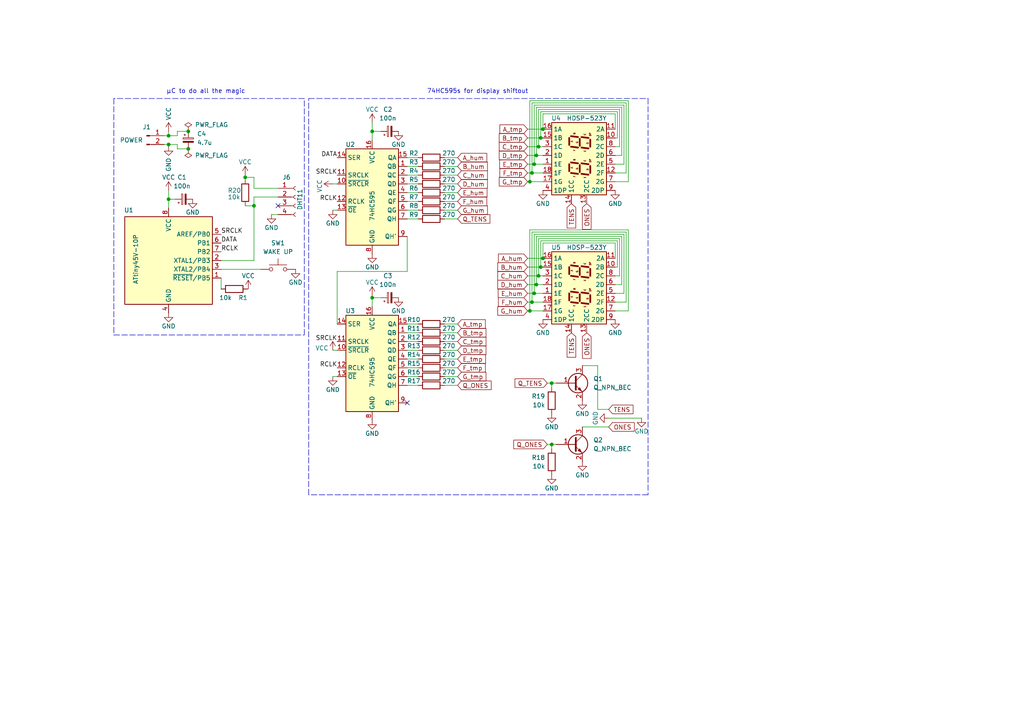
<source format=kicad_sch>
(kicad_sch (version 20211123) (generator eeschema)
  (paper "A4")
  (lib_symbols
    (symbol "74xx:74HC595"
      (property "Reference" "U" (at -7.62 13.97 0))
      (property "Value" "74HC595" (at -7.62 -16.51 0))
      (symbol "74HC595_1_0"
        (pin tri_state line (at 10.16 7.62 180) (length 2.54) (name "QB") (number "1"))
        (pin input line (at -10.16 2.54 0) (length 2.54) (name "~{SRCLR}") (number "10"))
        (pin input line (at -10.16 5.08 0) (length 2.54) (name "SRCLK") (number "11"))
        (pin input line (at -10.16 -2.54 0) (length 2.54) (name "RCLK") (number "12"))
        (pin input line (at -10.16 -5.08 0) (length 2.54) (name "~{OE}") (number "13"))
        (pin input line (at -10.16 10.16 0) (length 2.54) (name "SER") (number "14"))
        (pin tri_state line (at 10.16 10.16 180) (length 2.54) (name "QA") (number "15"))
        (pin power_in line (at 0 15.24 270) (length 2.54) (name "VCC") (number "16"))
        (pin tri_state line (at 10.16 5.08 180) (length 2.54) (name "QC") (number "2"))
        (pin tri_state line (at 10.16 2.54 180) (length 2.54) (name "QD") (number "3"))
        (pin tri_state line (at 10.16 0 180) (length 2.54) (name "QE") (number "4"))
        (pin tri_state line (at 10.16 -2.54 180) (length 2.54) (name "QF") (number "5"))
        (pin tri_state line (at 10.16 -5.08 180) (length 2.54) (name "QG") (number "6"))
        (pin tri_state line (at 10.16 -7.62 180) (length 2.54) (name "QH") (number "7"))
        (pin power_in line (at 0 -17.78 90) (length 2.54) (name "GND") (number "8"))
        (pin output line (at 10.16 -12.7 180) (length 2.54) (name "QH'") (number "9"))
      )
      (symbol "74HC595_1_1"
        (rectangle (start -7.62 12.7) (end 7.62 -15.24) (stroke (width 0.254)) (fill (type background)))
      )
    )
    (symbol "Connector:Conn_01x02_Male" (pin_names (offset 1.016) hide)
      (property "Reference" "J" (at 0 2.54 0))
      (property "Value" "Conn_01x02_Male" (at 0 -5.08 0))
      (symbol "Conn_01x02_Male_1_1"
        (polyline (pts (xy 1.27 -2.54) (xy 0.8636 -2.54)) (stroke (width 0.1524)))
        (polyline (pts (xy 1.27 0) (xy 0.8636 0)) (stroke (width 0.1524)))
        (rectangle (start 0.8636 -2.413) (end 0 -2.667) (stroke (width 0.1524)) (fill (type outline)))
        (rectangle (start 0.8636 0.127) (end 0 -0.127) (stroke (width 0.1524)) (fill (type outline)))
        (pin passive line (at 5.08 0 180) (length 3.81) (name "Pin_1") (number "1"))
        (pin passive line (at 5.08 -2.54 180) (length 3.81) (name "Pin_2") (number "2"))
      )
    )
    (symbol "Connector:Conn_01x04_Female" (pin_names (offset 1.016) hide)
      (property "Reference" "J" (at 0 5.08 0))
      (property "Value" "Conn_01x04_Female" (at 0 -7.62 0))
      (symbol "Conn_01x04_Female_1_1"
        (arc (start 0 -4.572) (mid -0.508 -5.08) (end 0 -5.588) (stroke (width 0.1524)))
        (arc (start 0 -2.032) (mid -0.508 -2.54) (end 0 -3.048) (stroke (width 0.1524)))
        (polyline (pts (xy -1.27 -5.08) (xy -0.508 -5.08)) (stroke (width 0.1524)))
        (polyline (pts (xy -1.27 -2.54) (xy -0.508 -2.54)) (stroke (width 0.1524)))
        (polyline (pts (xy -1.27 0) (xy -0.508 0)) (stroke (width 0.1524)))
        (polyline (pts (xy -1.27 2.54) (xy -0.508 2.54)) (stroke (width 0.1524)))
        (arc (start 0 0.508) (mid -0.508 0) (end 0 -0.508) (stroke (width 0.1524)))
        (arc (start 0 3.048) (mid -0.508 2.54) (end 0 2.032) (stroke (width 0.1524)))
        (pin passive line (at -5.08 2.54 0) (length 3.81) (name "Pin_1") (number "1"))
        (pin passive line (at -5.08 0 0) (length 3.81) (name "Pin_2") (number "2"))
        (pin passive line (at -5.08 -2.54 0) (length 3.81) (name "Pin_3") (number "3"))
        (pin passive line (at -5.08 -5.08 0) (length 3.81) (name "Pin_4") (number "4"))
      )
    )
    (symbol "Device:C_Polarized_Small" (pin_numbers hide) (pin_names (offset 0.254) hide)
      (property "Reference" "C" (at 0.254 1.778 0))
      (property "Value" "C_Polarized_Small" (at 0.254 -2.032 0))
      (symbol "C_Polarized_Small_0_1"
        (rectangle (start -1.524 -0.3048) (end 1.524 -0.6858) (fill (type outline)))
        (rectangle (start -1.524 0.6858) (end 1.524 0.3048))
        (polyline (pts (xy -1.27 1.524) (xy -0.762 1.524)))
        (polyline (pts (xy -1.016 1.27) (xy -1.016 1.778)))
      )
      (symbol "C_Polarized_Small_1_1"
        (pin passive line (at 0 2.54 270) (length 1.8542) (name "~") (number "1"))
        (pin passive line (at 0 -2.54 90) (length 1.8542) (name "~") (number "2"))
      )
    )
    (symbol "Device:Q_NPN_BEC" (pin_names (offset 0) hide)
      (property "Reference" "Q" (at 5.08 1.27 0))
      (property "Value" "Q_NPN_BEC" (at 5.08 -1.27 0))
      (symbol "Q_NPN_BEC_0_1"
        (polyline (pts (xy 0.635 0.635) (xy 2.54 2.54)))
        (polyline (pts (xy 0.635 -0.635) (xy 2.54 -2.54) (xy 2.54 -2.54)))
        (polyline (pts (xy 0.635 1.905) (xy 0.635 -1.905) (xy 0.635 -1.905)) (stroke (width 0.508)))
        (polyline (pts (xy 1.27 -1.778) (xy 1.778 -1.27) (xy 2.286 -2.286) (xy 1.27 -1.778) (xy 1.27 -1.778)) (fill (type outline)))
        (circle (center 1.27 0) (radius 2.8194) (stroke (width 0.254)))
      )
      (symbol "Q_NPN_BEC_1_1"
        (pin input line (at -5.08 0 0) (length 5.715) (name "B") (number "1"))
        (pin passive line (at 2.54 -5.08 90) (length 2.54) (name "E") (number "2"))
        (pin passive line (at 2.54 5.08 270) (length 2.54) (name "C") (number "3"))
      )
    )
    (symbol "Device:R" (pin_numbers hide) (pin_names (offset 0))
      (property "Reference" "R" (at 2.032 0 90))
      (property "Value" "R" (at 0 0 90))
      (symbol "R_0_1"
        (rectangle (start -1.016 -2.54) (end 1.016 2.54) (stroke (width 0.254)))
      )
      (symbol "R_1_1"
        (pin passive line (at 0 3.81 270) (length 1.27) (name "~") (number "1"))
        (pin passive line (at 0 -3.81 90) (length 1.27) (name "~") (number "2"))
      )
    )
    (symbol "MCU_Microchip_ATtiny:ATtiny45V-10P"
      (property "Reference" "U" (at -12.7 13.97 0))
      (property "Value" "ATtiny45V-10P" (at 2.54 -13.97 0))
      (symbol "ATtiny45V-10P_0_1"
        (rectangle (start -12.7 -12.7) (end 12.7 12.7) (stroke (width 0.254)) (fill (type background)))
      )
      (symbol "ATtiny45V-10P_1_1"
        (pin bidirectional line (at 15.24 -5.08 180) (length 2.54) (name "~{RESET}/PB5") (number "1"))
        (pin bidirectional line (at 15.24 0 180) (length 2.54) (name "XTAL1/PB3") (number "2"))
        (pin bidirectional line (at 15.24 -2.54 180) (length 2.54) (name "XTAL2/PB4") (number "3"))
        (pin power_in line (at 0 -15.24 90) (length 2.54) (name "GND") (number "4"))
        (pin bidirectional line (at 15.24 7.62 180) (length 2.54) (name "AREF/PB0") (number "5"))
        (pin bidirectional line (at 15.24 5.08 180) (length 2.54) (name "PB1") (number "6"))
        (pin bidirectional line (at 15.24 2.54 180) (length 2.54) (name "PB2") (number "7"))
        (pin power_in line (at 0 15.24 270) (length 2.54) (name "VCC") (number "8"))
      )
    )
    (symbol "Switch:SW_Push" (pin_numbers hide) (pin_names (offset 1.016) hide)
      (property "Reference" "SW" (at 1.27 2.54 0))
      (property "Value" "SW_Push" (at 0 -1.524 0))
      (symbol "SW_Push_0_1"
        (circle (center -2.032 0) (radius 0.508))
        (polyline (pts (xy 0 1.27) (xy 0 3.048)))
        (polyline (pts (xy 2.54 1.27) (xy -2.54 1.27)))
        (circle (center 2.032 0) (radius 0.508))
        (pin passive line (at -5.08 0 0) (length 2.54) (name "1") (number "1"))
        (pin passive line (at 5.08 0 180) (length 2.54) (name "2") (number "2"))
      )
    )
    (symbol "custom:HDSP-523Y"
      (property "Reference" "U" (at -3.81 13.97 0))
      (property "Value" "HDSP-523Y" (at 6.35 13.97 0))
      (symbol "HDSP-523Y_1_0"
        (text "A" (at 0.762 4.064 900) (effects (font (size 0.508 0.508))))
        (text "B" (at 1.524 6.35 900) (effects (font (size 0.508 0.508))))
        (text "C" (at 4.572 6.096 900) (effects (font (size 0.508 0.508))))
        (text "D" (at 5.334 3.556 900) (effects (font (size 0.508 0.508))))
        (text "DP" (at 6.096 6.096 900) (effects (font (size 0.508 0.508))))
        (text "E" (at 4.572 1.27 900) (effects (font (size 0.508 0.508))))
        (text "F" (at 1.524 1.524 900) (effects (font (size 0.508 0.508))))
        (text "G" (at 2.286 3.81 900) (effects (font (size 0.508 0.508))))
      )
      (symbol "HDSP-523Y_1_1"
        (rectangle (start -5.08 9.525) (end 10.795 -11.43) (stroke (width 0.254)) (fill (type background)))
        (polyline (pts (xy 0 -4.572) (xy 0 -2.54)) (stroke (width 0.508)))
        (polyline (pts (xy 0 3.048) (xy 0 5.08)) (stroke (width 0.508)))
        (polyline (pts (xy 0.508 -5.08) (xy 2.54 -5.334)) (stroke (width 0.508)))
        (polyline (pts (xy 0.508 -2.032) (xy 2.54 -2.286)) (stroke (width 0.508)))
        (polyline (pts (xy 0.508 2.54) (xy 2.54 2.286)) (stroke (width 0.508)))
        (polyline (pts (xy 0.508 5.588) (xy 2.54 5.334)) (stroke (width 0.508)))
        (polyline (pts (xy 3.048 -4.826) (xy 3.048 -2.794)) (stroke (width 0.508)))
        (polyline (pts (xy 3.048 2.794) (xy 3.048 4.826)) (stroke (width 0.508)))
        (polyline (pts (xy 3.556 -5.334) (xy 5.588 -5.588)) (stroke (width 0.508)))
        (polyline (pts (xy 3.556 -2.286) (xy 5.588 -2.54)) (stroke (width 0.508)))
        (polyline (pts (xy 3.556 2.286) (xy 5.588 2.032)) (stroke (width 0.508)))
        (polyline (pts (xy 3.556 5.334) (xy 5.588 5.08)) (stroke (width 0.508)))
        (polyline (pts (xy 6.096 -5.08) (xy 6.096 -3.048)) (stroke (width 0.508)))
        (polyline (pts (xy 6.096 -1.27) (xy 6.096 -1.27)) (stroke (width 0.508)))
        (polyline (pts (xy 6.096 2.54) (xy 6.096 4.572)) (stroke (width 0.508)))
        (polyline (pts (xy 6.096 6.35) (xy 6.096 6.35)) (stroke (width 0.508)))
        (text "A" (at 0.762 -3.556 900) (effects (font (size 0.508 0.508))))
        (text "B" (at 1.524 -1.27 900) (effects (font (size 0.508 0.508))))
        (text "C" (at 4.572 -1.524 900) (effects (font (size 0.508 0.508))))
        (text "D" (at 5.334 -4.064 900) (effects (font (size 0.508 0.508))))
        (text "DP" (at 6.096 -1.524 900) (effects (font (size 0.508 0.508))))
        (text "E" (at 4.572 -6.35 900) (effects (font (size 0.508 0.508))))
        (text "F" (at 1.524 -6.096 900) (effects (font (size 0.508 0.508))))
        (text "G" (at 2.286 -3.81 900) (effects (font (size 0.508 0.508))))
        (pin input line (at -7.62 -2.54 0) (length 2.54) (name "1E") (number "1"))
        (pin input line (at 13.335 5.08 180) (length 2.54) (name "2B") (number "10"))
        (pin input line (at 13.335 7.62 180) (length 2.54) (name "2A") (number "11"))
        (pin input line (at 13.335 -5.08 180) (length 2.54) (name "2F") (number "12"))
        (pin input line (at 5.08 -13.97 90) (length 2.54) (name "2CC") (number "13"))
        (pin input line (at 0.635 -13.97 90) (length 2.54) (name "1CC") (number "14"))
        (pin input line (at -7.62 5.08 0) (length 2.54) (name "1B") (number "15"))
        (pin input line (at -7.62 7.62 0) (length 2.54) (name "1A") (number "16"))
        (pin input line (at -7.62 -7.62 0) (length 2.54) (name "1G") (number "17"))
        (pin input line (at -7.62 -5.08 0) (length 2.54) (name "1F") (number "18"))
        (pin input line (at -7.62 0 0) (length 2.54) (name "1D") (number "2"))
        (pin input line (at -7.62 2.54 0) (length 2.54) (name "1C") (number "3"))
        (pin input line (at -7.62 -10.16 0) (length 2.54) (name "1DP") (number "4"))
        (pin input line (at 13.335 -2.54 180) (length 2.54) (name "2E") (number "5"))
        (pin input line (at 13.335 0 180) (length 2.54) (name "2D") (number "6"))
        (pin input line (at 13.335 -7.62 180) (length 2.54) (name "2G") (number "7"))
        (pin input line (at 13.335 2.54 180) (length 2.54) (name "2C") (number "8"))
        (pin input line (at 13.335 -10.16 180) (length 2.54) (name "2DP") (number "9"))
      )
    )
    (symbol "power:GND" (power) (pin_names (offset 0))
      (property "Value" "GND" (at 0 -3.81 0))
      (symbol "GND_0_1"
        (polyline (pts (xy 0 0) (xy 0 -1.27) (xy 1.27 -1.27) (xy 0 -2.54) (xy -1.27 -1.27) (xy 0 -1.27)))
      )
      (symbol "GND_1_1"
        (pin power_in line (at 0 0 270) (length 0) hide (name "GND") (number "1"))
      )
    )
    (symbol "power:PWR_FLAG" (power) (pin_numbers hide) (pin_names (offset 0) hide)
      (property "Value" "PWR_FLAG" (at 0 3.81 0))
      (symbol "PWR_FLAG_0_0"
        (pin power_out line (at 0 0 90) (length 0) (name "pwr") (number "1"))
      )
      (symbol "PWR_FLAG_0_1"
        (polyline (pts (xy 0 0) (xy 0 1.27) (xy -1.016 1.905) (xy 0 2.54) (xy 1.016 1.905) (xy 0 1.27)))
      )
    )
    (symbol "power:VCC" (power) (pin_names (offset 0))
      (property "Value" "VCC" (at 0 3.81 0))
      (symbol "VCC_0_1"
        (polyline (pts (xy -0.762 1.27) (xy 0 2.54)))
        (polyline (pts (xy 0 0) (xy 0 2.54)))
        (polyline (pts (xy 0 2.54) (xy 0.762 1.27)))
      )
      (symbol "VCC_1_1"
        (pin power_in line (at 0 0 90) (length 0) hide (name "VCC") (number "1"))
      )
    )
  )
  (junction (at 156.21 80.01))
  (junction (at 48.895 39.37))
  (junction (at 54.61 43.18))
  (junction (at 155.575 45.085))
  (junction (at 160.02 128.905))
  (junction (at 107.95 38.1))
  (junction (at 155.575 82.55))
  (junction (at 156.845 40.005))
  (junction (at 154.94 85.09))
  (junction (at 156.21 42.545))
  (junction (at 157.48 74.93))
  (junction (at 73.66 59.69))
  (junction (at 153.67 52.705))
  (junction (at 154.94 47.625))
  (junction (at 154.305 50.165))
  (junction (at 157.48 37.465))
  (junction (at 48.895 41.91))
  (junction (at 153.67 90.17))
  (junction (at 54.61 38.1))
  (junction (at 160.02 111.125))
  (junction (at 48.895 57.785))
  (junction (at 154.305 87.63))
  (junction (at 71.12 51.435))
  (junction (at 156.845 77.47))
  (junction (at 107.95 86.36))
  (no_connect (at 80.645 59.69))
  (no_connect (at 118.11 116.84))
  (wire (pts (xy 180.34 45.085) (xy 180.34 31.115)))
  (wire (pts (xy 153.035 82.55) (xy 155.575 82.55)))
  (wire (pts (xy 48.895 41.91) (xy 48.895 42.545)))
  (wire (pts (xy 118.11 101.6) (xy 121.285 101.6)))
  (wire (pts (xy 180.975 85.09) (xy 178.435 85.09)))
  (wire (pts (xy 157.48 40.005) (xy 156.845 40.005)))
  (wire (pts (xy 48.895 38.1) (xy 48.895 39.37)))
  (wire (pts (xy 71.755 83.82) (xy 72.009 83.82)))
  (wire (pts (xy 128.905 48.26) (xy 132.715 48.26)))
  (polyline (pts (xy 33.02 28.575) (xy 33.02 97.155)))
  (wire (pts (xy 178.435 82.55) (xy 180.34 82.55)))
  (wire (pts (xy 154.305 29.845) (xy 181.61 29.845)))
  (wire (pts (xy 155.575 45.085) (xy 157.48 45.085)))
  (wire (pts (xy 182.245 52.705) (xy 178.435 52.705)))
  (wire (pts (xy 157.48 85.09) (xy 154.94 85.09)))
  (wire (pts (xy 156.845 40.005) (xy 156.845 32.385)))
  (wire (pts (xy 182.245 90.17) (xy 178.435 90.17)))
  (wire (pts (xy 96.52 101.6) (xy 97.79 101.6)))
  (wire (pts (xy 97.79 60.96) (xy 96.52 60.96)))
  (wire (pts (xy 179.705 80.01) (xy 178.435 80.01)))
  (wire (pts (xy 157.48 42.545) (xy 156.21 42.545)))
  (wire (pts (xy 118.11 93.98) (xy 121.285 93.98)))
  (wire (pts (xy 156.21 69.215) (xy 156.21 80.01)))
  (wire (pts (xy 107.95 86.36) (xy 107.95 85.725)))
  (wire (pts (xy 153.035 74.93) (xy 157.48 74.93)))
  (wire (pts (xy 118.11 45.72) (xy 121.285 45.72)))
  (wire (pts (xy 128.905 55.88) (xy 132.715 55.88)))
  (wire (pts (xy 73.66 59.69) (xy 73.66 75.565)))
  (wire (pts (xy 155.575 68.58) (xy 180.34 68.58)))
  (wire (pts (xy 48.895 41.91) (xy 51.435 41.91)))
  (wire (pts (xy 156.21 31.75) (xy 179.705 31.75)))
  (polyline (pts (xy 88.265 28.575) (xy 33.02 28.575)))
  (wire (pts (xy 153.67 29.21) (xy 182.245 29.21)))
  (wire (pts (xy 156.845 69.85) (xy 179.07 69.85)))
  (wire (pts (xy 110.49 86.36) (xy 107.95 86.36)))
  (wire (pts (xy 78.74 62.23) (xy 80.645 62.23)))
  (wire (pts (xy 181.61 87.63) (xy 181.61 67.31)))
  (wire (pts (xy 156.21 42.545) (xy 156.21 31.75)))
  (wire (pts (xy 153.035 85.09) (xy 154.94 85.09)))
  (wire (pts (xy 180.34 82.55) (xy 180.34 68.58)))
  (wire (pts (xy 97.79 78.74) (xy 97.79 93.98)))
  (wire (pts (xy 153.035 47.625) (xy 154.94 47.625)))
  (wire (pts (xy 128.905 58.42) (xy 132.715 58.42)))
  (wire (pts (xy 128.905 106.68) (xy 132.715 106.68)))
  (wire (pts (xy 157.48 80.01) (xy 156.21 80.01)))
  (wire (pts (xy 160.02 112.395) (xy 160.02 111.125)))
  (wire (pts (xy 178.435 45.085) (xy 180.34 45.085)))
  (wire (pts (xy 96.52 109.22) (xy 97.79 109.22)))
  (wire (pts (xy 71.12 51.435) (xy 71.12 52.07)))
  (wire (pts (xy 154.94 47.625) (xy 154.94 30.48)))
  (wire (pts (xy 107.95 88.9) (xy 107.95 86.36)))
  (wire (pts (xy 154.305 67.31) (xy 154.305 87.63)))
  (wire (pts (xy 118.11 55.88) (xy 121.285 55.88)))
  (wire (pts (xy 158.75 128.905) (xy 160.02 128.905)))
  (wire (pts (xy 48.895 55.245) (xy 48.895 57.785)))
  (wire (pts (xy 153.035 87.63) (xy 154.305 87.63)))
  (wire (pts (xy 154.94 30.48) (xy 180.975 30.48)))
  (wire (pts (xy 153.035 90.17) (xy 153.67 90.17)))
  (wire (pts (xy 186.055 121.285) (xy 176.53 121.285)))
  (wire (pts (xy 51.435 38.1) (xy 54.61 38.1)))
  (wire (pts (xy 157.48 52.705) (xy 153.67 52.705)))
  (wire (pts (xy 118.11 63.5) (xy 121.285 63.5)))
  (wire (pts (xy 118.11 111.76) (xy 121.285 111.76)))
  (wire (pts (xy 73.66 57.15) (xy 73.66 59.69)))
  (wire (pts (xy 118.11 50.8) (xy 121.285 50.8)))
  (polyline (pts (xy 33.02 97.155) (xy 88.265 97.155)))
  (polyline (pts (xy 89.535 28.575) (xy 187.96 28.575)))
  (wire (pts (xy 128.905 111.76) (xy 132.715 111.76)))
  (wire (pts (xy 160.02 111.125) (xy 161.29 111.125)))
  (wire (pts (xy 154.94 67.945) (xy 154.94 85.09)))
  (wire (pts (xy 153.67 90.17) (xy 153.67 66.675)))
  (wire (pts (xy 180.975 30.48) (xy 180.975 47.625)))
  (wire (pts (xy 118.11 53.34) (xy 121.285 53.34)))
  (wire (pts (xy 71.12 51.435) (xy 73.66 51.435)))
  (wire (pts (xy 64.135 78.105) (xy 75.565 78.105)))
  (wire (pts (xy 157.48 37.465) (xy 157.48 33.02)))
  (wire (pts (xy 168.91 106.045) (xy 173.355 106.045)))
  (wire (pts (xy 153.67 52.705) (xy 153.67 29.21)))
  (wire (pts (xy 118.11 78.74) (xy 97.79 78.74)))
  (wire (pts (xy 51.435 41.91) (xy 51.435 43.18)))
  (wire (pts (xy 73.66 57.15) (xy 80.645 57.15)))
  (wire (pts (xy 155.575 68.58) (xy 155.575 82.55)))
  (wire (pts (xy 173.355 106.045) (xy 173.355 118.745)))
  (wire (pts (xy 179.705 31.75) (xy 179.705 42.545)))
  (wire (pts (xy 178.435 50.165) (xy 181.61 50.165)))
  (wire (pts (xy 173.355 118.745) (xy 176.53 118.745)))
  (wire (pts (xy 153.035 40.005) (xy 156.845 40.005)))
  (wire (pts (xy 156.845 77.47) (xy 156.845 69.85)))
  (wire (pts (xy 118.11 106.68) (xy 121.285 106.68)))
  (wire (pts (xy 157.48 74.93) (xy 157.48 70.485)))
  (wire (pts (xy 182.245 66.675) (xy 182.245 90.17)))
  (wire (pts (xy 64.135 80.645) (xy 64.135 83.82)))
  (wire (pts (xy 107.95 38.1) (xy 107.95 35.56)))
  (wire (pts (xy 51.435 43.18) (xy 54.61 43.18)))
  (wire (pts (xy 128.905 104.14) (xy 132.715 104.14)))
  (wire (pts (xy 118.11 96.52) (xy 121.285 96.52)))
  (wire (pts (xy 158.75 111.125) (xy 160.02 111.125)))
  (wire (pts (xy 97.79 53.34) (xy 96.52 53.34)))
  (wire (pts (xy 178.435 33.02) (xy 178.435 37.465)))
  (wire (pts (xy 179.07 40.005) (xy 178.435 40.005)))
  (wire (pts (xy 128.905 50.8) (xy 132.715 50.8)))
  (wire (pts (xy 121.285 99.06) (xy 118.11 99.06)))
  (wire (pts (xy 157.48 33.02) (xy 178.435 33.02)))
  (wire (pts (xy 153.035 45.085) (xy 155.575 45.085)))
  (wire (pts (xy 182.245 29.21) (xy 182.245 52.705)))
  (wire (pts (xy 153.035 50.165) (xy 154.305 50.165)))
  (wire (pts (xy 128.905 93.98) (xy 132.715 93.98)))
  (wire (pts (xy 71.12 59.69) (xy 73.66 59.69)))
  (wire (pts (xy 157.48 77.47) (xy 156.845 77.47)))
  (wire (pts (xy 179.705 69.215) (xy 179.705 80.01)))
  (wire (pts (xy 153.035 80.01) (xy 156.21 80.01)))
  (wire (pts (xy 160.02 128.905) (xy 161.29 128.905)))
  (wire (pts (xy 180.975 67.945) (xy 180.975 85.09)))
  (wire (pts (xy 128.905 101.6) (xy 132.715 101.6)))
  (wire (pts (xy 47.625 41.91) (xy 48.895 41.91)))
  (wire (pts (xy 121.285 109.22) (xy 118.11 109.22)))
  (wire (pts (xy 118.11 60.96) (xy 121.285 60.96)))
  (wire (pts (xy 179.705 42.545) (xy 178.435 42.545)))
  (wire (pts (xy 156.845 32.385) (xy 179.07 32.385)))
  (wire (pts (xy 153.035 52.705) (xy 153.67 52.705)))
  (polyline (pts (xy 187.96 28.575) (xy 187.96 143.51)))
  (wire (pts (xy 153.035 42.545) (xy 156.21 42.545)))
  (wire (pts (xy 110.49 38.1) (xy 107.95 38.1)))
  (wire (pts (xy 118.11 68.58) (xy 118.11 78.74)))
  (wire (pts (xy 179.07 77.47) (xy 178.435 77.47)))
  (wire (pts (xy 180.975 47.625) (xy 178.435 47.625)))
  (wire (pts (xy 155.575 82.55) (xy 157.48 82.55)))
  (wire (pts (xy 50.8 57.785) (xy 48.895 57.785)))
  (wire (pts (xy 160.02 130.175) (xy 160.02 128.905)))
  (wire (pts (xy 181.61 50.165) (xy 181.61 29.845)))
  (wire (pts (xy 51.435 39.37) (xy 51.435 38.1)))
  (wire (pts (xy 153.035 37.465) (xy 157.48 37.465)))
  (wire (pts (xy 153.67 66.675) (xy 182.245 66.675)))
  (wire (pts (xy 128.905 60.96) (xy 132.715 60.96)))
  (wire (pts (xy 128.905 109.22) (xy 132.715 109.22)))
  (wire (pts (xy 178.435 70.485) (xy 178.435 74.93)))
  (wire (pts (xy 154.305 29.845) (xy 154.305 50.165)))
  (wire (pts (xy 153.035 77.47) (xy 156.845 77.47)))
  (wire (pts (xy 157.48 70.485) (xy 178.435 70.485)))
  (wire (pts (xy 178.435 87.63) (xy 181.61 87.63)))
  (wire (pts (xy 154.305 67.31) (xy 181.61 67.31)))
  (wire (pts (xy 73.66 75.565) (xy 64.135 75.565)))
  (wire (pts (xy 179.07 32.385) (xy 179.07 40.005)))
  (wire (pts (xy 48.895 57.785) (xy 48.895 60.325)))
  (wire (pts (xy 121.285 104.14) (xy 118.11 104.14)))
  (wire (pts (xy 73.66 54.61) (xy 80.645 54.61)))
  (wire (pts (xy 73.66 51.435) (xy 73.66 54.61)))
  (wire (pts (xy 154.305 87.63) (xy 157.48 87.63)))
  (wire (pts (xy 168.91 123.825) (xy 176.53 123.825)))
  (wire (pts (xy 107.95 40.64) (xy 107.95 38.1)))
  (wire (pts (xy 157.48 47.625) (xy 154.94 47.625)))
  (wire (pts (xy 128.905 96.52) (xy 132.715 96.52)))
  (wire (pts (xy 128.905 45.72) (xy 132.715 45.72)))
  (wire (pts (xy 157.48 90.17) (xy 153.67 90.17)))
  (wire (pts (xy 118.11 58.42) (xy 121.285 58.42)))
  (polyline (pts (xy 88.265 97.155) (xy 88.265 28.575)))
  (wire (pts (xy 156.21 69.215) (xy 179.705 69.215)))
  (wire (pts (xy 118.11 48.26) (xy 121.285 48.26)))
  (wire (pts (xy 48.895 39.37) (xy 51.435 39.37)))
  (wire (pts (xy 128.905 99.06) (xy 132.715 99.06)))
  (wire (pts (xy 128.905 63.5) (xy 132.715 63.5)))
  (wire (pts (xy 128.905 53.34) (xy 132.715 53.34)))
  (wire (pts (xy 71.12 50.8) (xy 71.12 51.435)))
  (wire (pts (xy 155.575 31.115) (xy 180.34 31.115)))
  (polyline (pts (xy 89.535 143.51) (xy 89.535 28.575)))
  (polyline (pts (xy 187.96 143.51) (xy 89.535 143.51)))
  (wire (pts (xy 154.94 67.945) (xy 180.975 67.945)))
  (wire (pts (xy 155.575 31.115) (xy 155.575 45.085)))
  (wire (pts (xy 179.07 69.85) (xy 179.07 77.47)))
  (wire (pts (xy 154.305 50.165) (xy 157.48 50.165)))
  (wire (pts (xy 47.625 39.37) (xy 48.895 39.37)))
  (text "74HC595s for display shiftout" (at 123.825 27.305 0) (effects (font (size 1.27 1.27)) (justify left bottom)))
  (text "µC to do all the magic" (at 48.26 27.305 0) (effects (font (size 1.27 1.27)) (justify left bottom)))
  (label "RCLK" (at 97.79 106.68 180))
  (label "DATA" (at 64.135 70.485 0))
  (label "SRCLK" (at 97.79 99.06 180))
  (label "SRCLK" (at 64.135 67.945 0))
  (label "RCLK" (at 64.135 73.025 0))
  (label "DATA" (at 97.79 45.72 180))
  (label "SRCLK" (at 97.79 50.8 180))
  (label "RCLK" (at 97.79 58.42 180))
  (global_label "E_hum" (shape input) (at 132.715 55.88 0) (property "Intersheet References" "${INTERSHEET_REFS}" (effects hide)))
  (global_label "E_tmp" (shape input) (at 153.035 47.625 180) (property "Intersheet References" "${INTERSHEET_REFS}" (effects hide)))
  (global_label "ONES" (shape input) (at 176.53 123.825 0) (property "Intersheet References" "${INTERSHEET_REFS}" (effects hide)))
  (global_label "E_tmp" (shape input) (at 132.715 104.14 0) (property "Intersheet References" "${INTERSHEET_REFS}" (effects hide)))
  (global_label "D_hum" (shape input) (at 132.715 53.34 0) (property "Intersheet References" "${INTERSHEET_REFS}" (effects hide)))
  (global_label "ONES" (shape input) (at 170.18 59.055 270) (property "Intersheet References" "${INTERSHEET_REFS}" (effects hide)))
  (global_label "C_tmp" (shape input) (at 132.715 99.06 0) (property "Intersheet References" "${INTERSHEET_REFS}" (effects hide)))
  (global_label "G_tmp" (shape input) (at 132.715 109.22 0) (property "Intersheet References" "${INTERSHEET_REFS}" (effects hide)))
  (global_label "TENS" (shape input) (at 176.53 118.745 0) (property "Intersheet References" "${INTERSHEET_REFS}" (effects hide)))
  (global_label "D_tmp" (shape input) (at 153.035 45.085 180) (property "Intersheet References" "${INTERSHEET_REFS}" (effects hide)))
  (global_label "F_hum" (shape input) (at 153.035 87.63 180) (property "Intersheet References" "${INTERSHEET_REFS}" (effects hide)))
  (global_label "A_tmp" (shape input) (at 153.035 37.465 180) (property "Intersheet References" "${INTERSHEET_REFS}" (effects hide)))
  (global_label "G_hum" (shape input) (at 153.035 90.17 180) (property "Intersheet References" "${INTERSHEET_REFS}" (effects hide)))
  (global_label "TENS" (shape input) (at 165.735 96.52 270) (property "Intersheet References" "${INTERSHEET_REFS}" (effects hide)))
  (global_label "F_tmp" (shape input) (at 153.035 50.165 180) (property "Intersheet References" "${INTERSHEET_REFS}" (effects hide)))
  (global_label "C_tmp" (shape input) (at 153.035 42.545 180) (property "Intersheet References" "${INTERSHEET_REFS}" (effects hide)))
  (global_label "B_tmp" (shape input) (at 132.715 96.52 0) (property "Intersheet References" "${INTERSHEET_REFS}" (effects hide)))
  (global_label "A_hum" (shape input) (at 153.035 74.93 180) (property "Intersheet References" "${INTERSHEET_REFS}" (effects hide)))
  (global_label "TENS" (shape input) (at 165.735 59.055 270) (property "Intersheet References" "${INTERSHEET_REFS}" (effects hide)))
  (global_label "E_hum" (shape input) (at 153.035 85.09 180) (property "Intersheet References" "${INTERSHEET_REFS}" (effects hide)))
  (global_label "F_hum" (shape input) (at 132.715 58.42 0) (property "Intersheet References" "${INTERSHEET_REFS}" (effects hide)))
  (global_label "F_tmp" (shape input) (at 132.715 106.68 0) (property "Intersheet References" "${INTERSHEET_REFS}" (effects hide)))
  (global_label "B_tmp" (shape input) (at 153.035 40.005 180) (property "Intersheet References" "${INTERSHEET_REFS}" (effects hide)))
  (global_label "G_tmp" (shape input) (at 153.035 52.705 180) (property "Intersheet References" "${INTERSHEET_REFS}" (effects hide)))
  (global_label "D_tmp" (shape input) (at 132.715 101.6 0) (property "Intersheet References" "${INTERSHEET_REFS}" (effects hide)))
  (global_label "Q_ONES" (shape input) (at 158.75 128.905 180) (property "Intersheet References" "${INTERSHEET_REFS}" (effects hide)))
  (global_label "C_hum" (shape input) (at 153.035 80.01 180) (property "Intersheet References" "${INTERSHEET_REFS}" (effects hide)))
  (global_label "G_hum" (shape input) (at 132.715 60.96 0) (property "Intersheet References" "${INTERSHEET_REFS}" (effects hide)))
  (global_label "B_hum" (shape input) (at 132.715 48.26 0) (property "Intersheet References" "${INTERSHEET_REFS}" (effects hide)))
  (global_label "Q_TENS" (shape input) (at 132.715 63.5 0) (property "Intersheet References" "${INTERSHEET_REFS}" (effects hide)))
  (global_label "B_hum" (shape input) (at 153.035 77.47 180) (property "Intersheet References" "${INTERSHEET_REFS}" (effects hide)))
  (global_label "A_hum" (shape input) (at 132.715 45.72 0) (property "Intersheet References" "${INTERSHEET_REFS}" (effects hide)))
  (global_label "A_tmp" (shape input) (at 132.715 93.98 0) (property "Intersheet References" "${INTERSHEET_REFS}" (effects hide)))
  (global_label "Q_ONES" (shape input) (at 132.715 111.76 0) (property "Intersheet References" "${INTERSHEET_REFS}" (effects hide)))
  (global_label "C_hum" (shape input) (at 132.715 50.8 0) (property "Intersheet References" "${INTERSHEET_REFS}" (effects hide)))
  (global_label "D_hum" (shape input) (at 153.035 82.55 180) (property "Intersheet References" "${INTERSHEET_REFS}" (effects hide)))
  (global_label "ONES" (shape input) (at 170.18 96.52 270) (property "Intersheet References" "${INTERSHEET_REFS}" (effects hide)))
  (global_label "Q_TENS" (shape input) (at 158.75 111.125 180) (property "Intersheet References" "${INTERSHEET_REFS}" (effects hide)))
  (symbol (lib_id "Device:R") (at 67.945 83.82 270) (unit 1)
    (property "Reference" "R1" (at 70.485 86.36 90))
    (property "Value" "10k" (at 65.405 86.36 90))
    (property "Footprint" "Resistor_SMD:R_1206_3216Metric_Pad1.30x1.75mm_HandSolder" (effects hide))
  )
  (symbol (lib_id "Switch:SW_Push") (at 80.645 78.105 0) (unit 1)
    (property "Reference" "SW1" (at 80.645 70.485 0))
    (property "Value" "WAKE UP" (at 80.645 73.025 0))
    (property "Footprint" "Connector_PinHeader_2.54mm:PinHeader_1x02_P2.54mm_Vertical" (effects hide))
  )
  (symbol (lib_id "74xx:74HC595") (at 107.95 55.88 0) (unit 1)
    (property "Reference" "U2" (at 101.6 41.91 0))
    (property "Value" "74HC595" (at 107.95 59.69 90))
    (property "Footprint" "Package_SO:SOIC-16_3.9x9.9mm_P1.27mm" (effects hide))
    (property "Datasheet" "http://www.ti.com/lit/ds/symlink/sn74hc595.pdf" (effects hide))
  )
  (symbol (lib_id "74xx:74HC595") (at 107.95 104.14 0) (unit 1)
    (property "Reference" "U3" (at 101.6 90.17 0))
    (property "Value" "74HC595" (at 107.95 107.95 90))
    (property "Footprint" "Package_SO:SOIC-16_3.9x9.9mm_P1.27mm" (effects hide))
    (property "Datasheet" "http://www.ti.com/lit/ds/symlink/sn74hc595.pdf" (effects hide))
  )
  (symbol (lib_id "Device:R") (at 125.095 45.72 270) (unit 1)
    (property "Reference" "R2" (at 120.015 44.45 90))
    (property "Value" "270" (at 130.175 44.45 90))
    (property "Footprint" "Resistor_SMD:R_1206_3216Metric_Pad1.30x1.75mm_HandSolder" (effects hide))
  )
  (symbol (lib_id "Connector:Conn_01x02_Male") (at 42.545 39.37 0) (unit 1)
    (property "Reference" "J1" (at 42.545 36.83 0))
    (property "Value" "POWER" (at 38.1 40.64 0))
    (property "Footprint" "Connector_PinHeader_2.54mm:PinHeader_1x02_P2.54mm_Vertical" (effects hide))
  )
  (symbol (lib_id "power:PWR_FLAG") (at 54.61 38.1 0) (unit 1)
    (property "Reference" "#FLG01" (effects hide))
    (property "Value" "PWR_FLAG" (at 56.515 36.195 0) (effects (justify left)))
  )
  (symbol (lib_id "power:PWR_FLAG") (at 54.61 43.18 180) (unit 1)
    (property "Reference" "#FLG02" (effects hide))
    (property "Value" "PWR_FLAG" (at 56.515 45.085 0) (effects (justify right)))
  )
  (symbol (lib_id "power:GND") (at 48.895 90.805 0) (unit 1)
    (property "Reference" "#PWR04" (effects hide))
    (property "Value" "GND" (at 48.895 94.615 0))
  )
  (symbol (lib_id "power:VCC") (at 48.895 55.245 0) (unit 1)
    (property "Reference" "#PWR03" (effects hide))
    (property "Value" "VCC" (at 48.895 51.435 0))
  )
  (symbol (lib_id "power:VCC") (at 48.895 38.1 0) (unit 1)
    (property "Reference" "#PWR01" (effects hide))
    (property "Value" "VCC" (at 48.895 34.925 90) (effects (justify left)))
  )
  (symbol (lib_id "power:GND") (at 48.895 42.545 0) (unit 1)
    (property "Reference" "#PWR02" (effects hide))
    (property "Value" "GND" (at 48.895 45.72 90) (effects (justify right)))
  )
  (symbol (lib_id "power:GND") (at 55.88 57.785 0) (unit 1)
    (property "Reference" "#PWR05" (effects hide))
    (property "Value" "GND" (at 55.88 61.595 0))
  )
  (symbol (lib_id "power:VCC") (at 72.009 83.82 0) (unit 1)
    (property "Reference" "#PWR06" (effects hide))
    (property "Value" "VCC" (at 72.009 80.01 0))
  )
  (symbol (lib_id "Device:R") (at 160.02 133.985 180) (unit 1)
    (property "Reference" "R18" (at 158.115 132.7149 0) (effects (justify left)))
    (property "Value" "10k" (at 158.115 135.2549 0) (effects (justify left)))
    (property "Footprint" "Resistor_SMD:R_1206_3216Metric_Pad1.30x1.75mm_HandSolder" (effects hide))
  )
  (symbol (lib_id "Device:R") (at 160.02 116.205 180) (unit 1)
    (property "Reference" "R19" (at 158.115 114.9349 0) (effects (justify left)))
    (property "Value" "10k" (at 158.115 117.4749 0) (effects (justify left)))
    (property "Footprint" "Resistor_SMD:R_1206_3216Metric_Pad1.30x1.75mm_HandSolder" (effects hide))
  )
  (symbol (lib_id "power:GND") (at 160.02 137.795 0) (unit 1)
    (property "Reference" "#PWR022" (effects hide))
    (property "Value" "GND" (at 160.02 141.605 0))
  )
  (symbol (lib_id "power:GND") (at 160.02 120.015 0) (unit 1)
    (property "Reference" "#PWR023" (effects hide))
    (property "Value" "GND" (at 160.02 123.825 0))
  )
  (symbol (lib_id "Connector:Conn_01x04_Female") (at 85.725 57.15 0) (unit 1)
    (property "Reference" "J6" (at 81.915 51.435 0) (effects (justify left)))
    (property "Value" "DHT11" (at 86.995 60.96 90) (effects (justify left)))
    (property "Footprint" "Connector_PinHeader_2.54mm:PinHeader_1x04_P2.54mm_Vertical" (effects hide))
  )
  (symbol (lib_id "power:VCC") (at 71.12 50.8 0) (unit 1)
    (property "Reference" "#PWR024" (effects hide))
    (property "Value" "VCC" (at 71.12 46.99 0))
  )
  (symbol (lib_id "power:GND") (at 78.74 62.23 0) (unit 1)
    (property "Reference" "#PWR025" (effects hide))
    (property "Value" "GND" (at 78.74 66.04 0))
  )
  (symbol (lib_id "power:VCC") (at 107.95 35.56 0) (unit 1)
    (property "Reference" "#PWR012" (effects hide))
    (property "Value" "VCC" (at 107.95 31.75 0))
  )
  (symbol (lib_id "power:GND") (at 115.57 38.1 0) (unit 1)
    (property "Reference" "#PWR016" (effects hide))
    (property "Value" "GND" (at 115.57 41.91 0))
  )
  (symbol (lib_id "power:VCC") (at 107.95 85.725 0) (unit 1)
    (property "Reference" "#PWR014" (effects hide))
    (property "Value" "VCC" (at 107.95 81.915 0))
  )
  (symbol (lib_id "power:GND") (at 115.57 86.36 0) (unit 1)
    (property "Reference" "#PWR017" (effects hide))
    (property "Value" "GND" (at 115.57 90.17 0))
  )
  (symbol (lib_id "power:GND") (at 107.95 121.92 0) (unit 1)
    (property "Reference" "#PWR015" (effects hide))
    (property "Value" "GND" (at 107.95 125.73 0))
  )
  (symbol (lib_id "power:GND") (at 107.95 73.66 0) (unit 1)
    (property "Reference" "#PWR013" (effects hide))
    (property "Value" "GND" (at 107.95 77.47 0))
  )
  (symbol (lib_id "power:GND") (at 85.725 78.105 0) (unit 1)
    (property "Reference" "#PWR07" (effects hide))
    (property "Value" "GND" (at 85.725 81.915 0))
  )
  (symbol (lib_id "power:VCC") (at 96.52 53.34 90) (unit 1)
    (property "Reference" "#PWR08" (effects hide))
    (property "Value" "VCC" (at 92.71 55.88 0) (effects (justify left)))
  )
  (symbol (lib_id "power:GND") (at 96.52 109.22 0) (unit 1)
    (property "Reference" "#PWR011" (effects hide))
    (property "Value" "GND" (at 96.52 113.03 0))
  )
  (symbol (lib_id "power:GND") (at 96.52 60.96 0) (unit 1)
    (property "Reference" "#PWR09" (effects hide))
    (property "Value" "GND" (at 96.52 64.77 0))
  )
  (symbol (lib_id "power:VCC") (at 96.52 101.6 0) (unit 1)
    (property "Reference" "#PWR010" (effects hide))
    (property "Value" "VCC" (at 91.44 100.965 0) (effects (justify left)))
  )
  (symbol (lib_id "custom:HDSP-523Y") (at 165.1 45.085 0) (unit 1)
    (property "Reference" "U4" (at 161.29 34.29 0))
    (property "Value" "HDSP-523Y" (at 170.18 34.29 0))
    (property "Footprint" "Custom:HDSP-523Y" (effects hide))
    (property "Datasheet" "https://docs.broadcom.com/docs/AV02-2553EN" (effects hide))
  )
  (symbol (lib_id "Device:R") (at 125.095 48.26 270) (unit 1)
    (property "Reference" "R3" (at 120.015 46.99 90))
    (property "Value" "270" (at 130.175 46.99 90))
    (property "Footprint" "Resistor_SMD:R_1206_3216Metric_Pad1.30x1.75mm_HandSolder" (effects hide))
  )
  (symbol (lib_id "Device:R") (at 125.095 50.8 270) (unit 1)
    (property "Reference" "R4" (at 120.015 49.53 90))
    (property "Value" "270" (at 130.175 49.53 90))
    (property "Footprint" "Resistor_SMD:R_1206_3216Metric_Pad1.30x1.75mm_HandSolder" (effects hide))
  )
  (symbol (lib_id "Device:R") (at 125.095 53.34 270) (unit 1)
    (property "Reference" "R5" (at 120.015 52.07 90))
    (property "Value" "270" (at 130.175 52.07 90))
    (property "Footprint" "Resistor_SMD:R_1206_3216Metric_Pad1.30x1.75mm_HandSolder" (effects hide))
  )
  (symbol (lib_id "Device:R") (at 125.095 55.88 270) (unit 1)
    (property "Reference" "R6" (at 120.015 54.61 90))
    (property "Value" "270" (at 130.175 54.61 90))
    (property "Footprint" "Resistor_SMD:R_1206_3216Metric_Pad1.30x1.75mm_HandSolder" (effects hide))
  )
  (symbol (lib_id "Device:R") (at 125.095 58.42 270) (unit 1)
    (property "Reference" "R7" (at 120.015 57.15 90))
    (property "Value" "270" (at 130.175 57.15 90))
    (property "Footprint" "Resistor_SMD:R_1206_3216Metric_Pad1.30x1.75mm_HandSolder" (effects hide))
  )
  (symbol (lib_id "Device:R") (at 125.095 60.96 270) (unit 1)
    (property "Reference" "R8" (at 120.015 59.69 90))
    (property "Value" "270" (at 130.175 59.69 90))
    (property "Footprint" "Resistor_SMD:R_1206_3216Metric_Pad1.30x1.75mm_HandSolder" (effects hide))
  )
  (symbol (lib_id "Device:R") (at 125.095 63.5 270) (unit 1)
    (property "Reference" "R9" (at 120.015 62.23 90))
    (property "Value" "270" (at 130.175 62.23 90))
    (property "Footprint" "Resistor_SMD:R_1206_3216Metric_Pad1.30x1.75mm_HandSolder" (effects hide))
  )
  (symbol (lib_id "Device:R") (at 125.095 93.98 270) (unit 1)
    (property "Reference" "R10" (at 120.015 92.71 90))
    (property "Value" "270" (at 130.175 92.71 90))
    (property "Footprint" "Resistor_SMD:R_1206_3216Metric_Pad1.30x1.75mm_HandSolder" (effects hide))
  )
  (symbol (lib_id "Device:R") (at 125.095 96.52 270) (unit 1)
    (property "Reference" "R11" (at 120.015 95.25 90))
    (property "Value" "270" (at 130.175 95.25 90))
    (property "Footprint" "Resistor_SMD:R_1206_3216Metric_Pad1.30x1.75mm_HandSolder" (effects hide))
  )
  (symbol (lib_id "Device:R") (at 125.095 99.06 270) (unit 1)
    (property "Reference" "R12" (at 120.015 97.79 90))
    (property "Value" "270" (at 130.175 97.79 90))
    (property "Footprint" "Resistor_SMD:R_1206_3216Metric_Pad1.30x1.75mm_HandSolder" (effects hide))
  )
  (symbol (lib_id "Device:R") (at 125.095 101.6 270) (unit 1)
    (property "Reference" "R13" (at 120.015 100.33 90))
    (property "Value" "270" (at 130.175 100.33 90))
    (property "Footprint" "Resistor_SMD:R_1206_3216Metric_Pad1.30x1.75mm_HandSolder" (effects hide))
  )
  (symbol (lib_id "Device:R") (at 125.095 104.14 270) (unit 1)
    (property "Reference" "R14" (at 120.015 102.87 90))
    (property "Value" "270" (at 130.175 102.87 90))
    (property "Footprint" "Resistor_SMD:R_1206_3216Metric_Pad1.30x1.75mm_HandSolder" (effects hide))
  )
  (symbol (lib_id "Device:R") (at 125.095 106.68 270) (unit 1)
    (property "Reference" "R15" (at 120.015 105.41 90))
    (property "Value" "270" (at 130.175 105.41 90))
    (property "Footprint" "Resistor_SMD:R_1206_3216Metric_Pad1.30x1.75mm_HandSolder" (effects hide))
  )
  (symbol (lib_id "Device:R") (at 125.095 109.22 270) (unit 1)
    (property "Reference" "R16" (at 120.015 107.95 90))
    (property "Value" "270" (at 130.175 107.95 90))
    (property "Footprint" "Resistor_SMD:R_1206_3216Metric_Pad1.30x1.75mm_HandSolder" (effects hide))
  )
  (symbol (lib_id "Device:R") (at 125.095 111.76 270) (unit 1)
    (property "Reference" "R17" (at 120.015 110.49 90))
    (property "Value" "270" (at 130.175 110.49 90))
    (property "Footprint" "Resistor_SMD:R_1206_3216Metric_Pad1.30x1.75mm_HandSolder" (effects hide))
  )
  (symbol (lib_id "power:GND") (at 157.48 55.245 0) (unit 1)
    (property "Reference" "#PWR0102" (effects hide))
    (property "Value" "GND" (at 157.48 59.055 0))
  )
  (symbol (lib_id "power:GND") (at 178.435 55.245 0) (unit 1)
    (property "Reference" "#PWR0101" (effects hide))
    (property "Value" "GND" (at 178.435 59.055 0))
  )
  (symbol (lib_id "custom:HDSP-523Y") (at 165.1 82.55 0) (unit 1)
    (property "Reference" "U5" (at 161.29 71.755 0))
    (property "Value" "HDSP-523Y" (at 170.18 71.755 0))
    (property "Footprint" "Custom:HDSP-523Y" (effects hide))
    (property "Datasheet" "https://docs.broadcom.com/docs/AV02-2553EN" (effects hide))
  )
  (symbol (lib_id "power:GND") (at 157.48 92.71 0) (unit 1)
    (property "Reference" "#PWR0104" (effects hide))
    (property "Value" "GND" (at 157.48 96.52 0))
  )
  (symbol (lib_id "power:GND") (at 178.435 92.71 0) (unit 1)
    (property "Reference" "#PWR0103" (effects hide))
    (property "Value" "GND" (at 178.435 96.52 0))
  )
  (symbol (lib_id "power:GND") (at 168.91 116.205 0) (unit 1)
    (property "Reference" "#PWR021" (effects hide))
    (property "Value" "GND" (at 168.91 120.015 0))
  )
  (symbol (lib_id "power:GND") (at 168.91 133.985 0) (unit 1)
    (property "Reference" "#PWR018" (effects hide))
    (property "Value" "GND" (at 168.91 137.795 0))
  )
  (symbol (lib_id "power:GND") (at 176.53 121.285 270) (unit 1)
    (property "Reference" "#PWR019" (effects hide))
    (property "Value" "GND" (at 172.72 121.285 0))
  )
  (symbol (lib_id "power:GND") (at 186.055 121.285 0) (unit 1)
    (property "Reference" "#PWR020" (effects hide))
    (property "Value" "GND" (at 186.055 125.095 0))
  )
  (symbol (lib_id "Device:R") (at 71.12 55.88 180) (unit 1)
    (property "Reference" "R20" (at 66.04 55.245 0) (effects (justify right)))
    (property "Value" "10k" (at 66.04 57.15 0) (effects (justify right)))
    (property "Footprint" "Resistor_SMD:R_1206_3216Metric_Pad1.30x1.75mm_HandSolder" (effects hide))
  )
  (symbol (lib_id "Device:C_Polarized_Small") (at 54.61 40.64 0) (unit 1)
    (property "Reference" "C4" (at 57.15 38.8238 0) (effects (justify left)))
    (property "Value" "4.7u" (at 57.15 41.3638 0) (effects (justify left)))
    (property "Footprint" "Capacitor_Tantalum_SMD:CP_EIA-3216-18_Kemet-A_Pad1.58x1.35mm_HandSolder" (effects hide))
  )
  (symbol (lib_id "Device:Q_NPN_BEC") (at 166.37 128.905 0) (unit 1)
    (property "Reference" "Q2" (at 172.085 127.6349 0) (effects (justify left)))
    (property "Value" "Q_NPN_BEC" (at 172.085 130.1749 0) (effects (justify left)))
    (property "Footprint" "Package_TO_SOT_SMD:SOT-23W" (effects hide))
  )
  (symbol (lib_id "Device:Q_NPN_BEC") (at 166.37 111.125 0) (unit 1)
    (property "Reference" "Q1" (at 172.085 109.8549 0) (effects (justify left)))
    (property "Value" "Q_NPN_BEC" (at 172.085 112.3949 0) (effects (justify left)))
    (property "Footprint" "Package_TO_SOT_SMD:SOT-23W" (effects hide))
  )
  (symbol (lib_id "MCU_Microchip_ATtiny:ATtiny45V-10P") (at 48.895 75.565 0) (unit 1)
    (property "Reference" "U1" (at 38.735 60.96 0) (effects (justify right)))
    (property "Value" "ATtiny45V-10P" (at 39.37 67.945 90) (effects (justify right)))
    (property "Footprint" "Custom:FakeSMD_DIP-8" (effects hide))
    (property "Datasheet" "http://ww1.microchip.com/downloads/en/DeviceDoc/atmel-2586-avr-8-bit-microcontroller-attiny25-attiny45-attiny85_datasheet.pdf" (effects hide))
  )
  (symbol (lib_id "Device:C_Polarized_Small") (at 113.03 86.36 90) (unit 1)
    (property "Reference" "C3" (at 112.4839 80.01 90))
    (property "Value" "100n" (at 112.4839 82.55 90))
    (property "Footprint" "Capacitor_Tantalum_SMD:CP_EIA-3216-18_Kemet-A_Pad1.58x1.35mm_HandSolder" (effects hide))
  )
  (symbol (lib_id "Device:C_Polarized_Small") (at 53.34 57.785 90) (unit 1)
    (property "Reference" "C1" (at 52.7939 51.435 90))
    (property "Value" "100n" (at 52.7939 53.975 90))
    (property "Footprint" "Capacitor_Tantalum_SMD:CP_EIA-3216-18_Kemet-A_Pad1.58x1.35mm_HandSolder" (effects hide))
  )
  (symbol (lib_id "Device:C_Polarized_Small") (at 113.03 38.1 90) (unit 1)
    (property "Reference" "C2" (at 112.4839 31.75 90))
    (property "Value" "100n" (at 112.4839 34.29 90))
    (property "Footprint" "Capacitor_Tantalum_SMD:CP_EIA-3216-18_Kemet-A_Pad1.58x1.35mm_HandSolder" (effects hide))
  )
)
</source>
